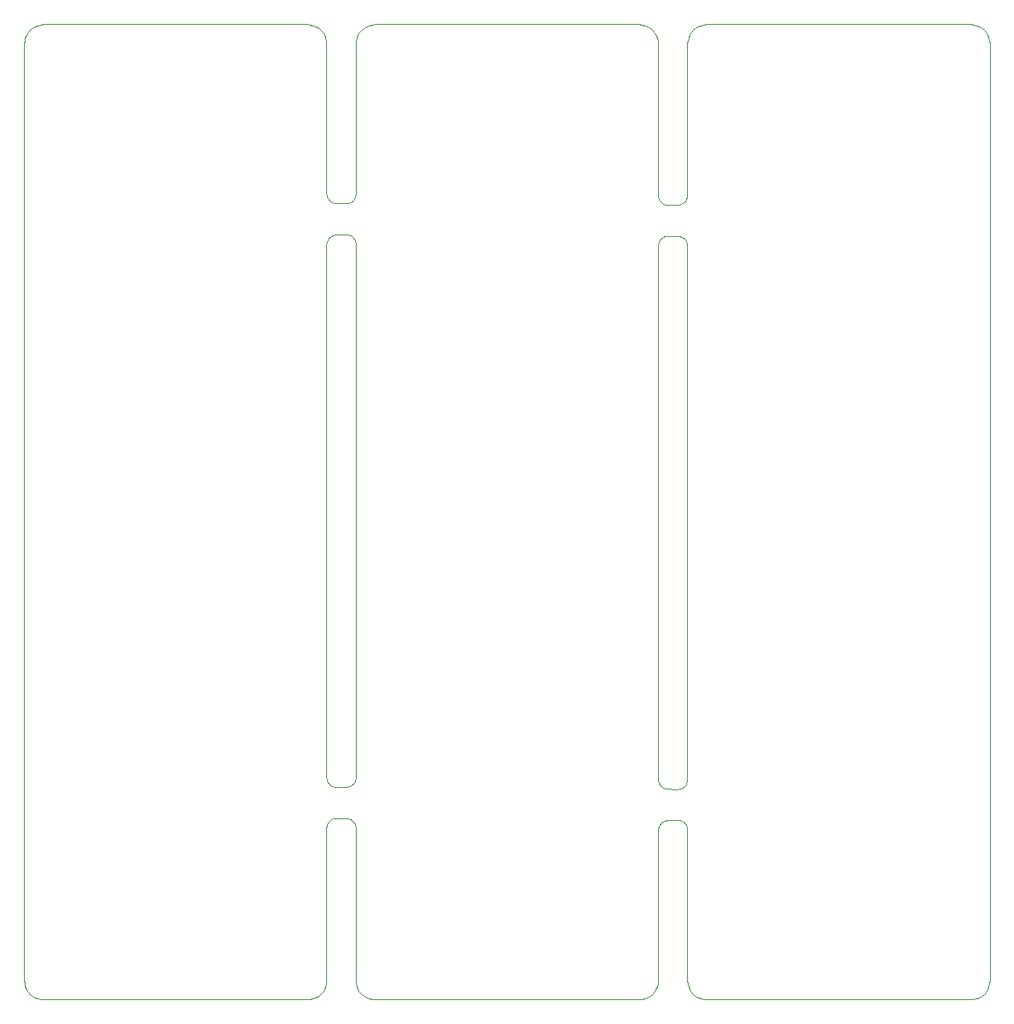
<source format=gko>
%MOIN*%
%OFA0B0*%
%FSLAX44Y44*%
%IPPOS*%
%LPD*%
%ADD10C,0*%
D10*
X00012204Y00038582D02*
X00012204Y00038582D01*
X00012195Y00038705D01*
X00012166Y00038825D01*
X00012118Y00038940D01*
X00012054Y00039045D01*
X00011974Y00039139D01*
X00011880Y00039219D01*
X00011774Y00039284D01*
X00011660Y00039331D01*
X00011540Y00039360D01*
X00011417Y00039370D01*
X00000787Y00039370D01*
X00000664Y00039360D01*
X00000544Y00039331D01*
X00000429Y00039284D01*
X00000324Y00039219D01*
X00000230Y00039139D01*
X00000150Y00039045D01*
X00000085Y00038940D01*
X00000038Y00038825D01*
X00000009Y00038705D01*
X00000000Y00038582D01*
X00000000Y00000787D01*
X00000009Y00000664D01*
X00000038Y00000544D01*
X00000085Y00000429D01*
X00000150Y00000324D01*
X00000230Y00000230D01*
X00000324Y00000150D01*
X00000429Y00000085D01*
X00000544Y00000038D01*
X00000664Y00000009D01*
X00000787Y00000000D01*
X00011417Y00000000D01*
X00011540Y00000009D01*
X00011660Y00000038D01*
X00011774Y00000085D01*
X00011880Y00000150D01*
X00011974Y00000230D01*
X00012054Y00000324D01*
X00012118Y00000429D01*
X00012166Y00000544D01*
X00012195Y00000664D01*
X00012204Y00000787D01*
X00012204Y00006935D01*
X00012205Y00006967D01*
X00012209Y00006998D01*
X00012216Y00007029D01*
X00012224Y00007059D01*
X00012235Y00007089D01*
X00012249Y00007117D01*
X00012264Y00007144D01*
X00012282Y00007170D01*
X00012302Y00007195D01*
X00012324Y00007218D01*
X00012347Y00007239D01*
X00012372Y00007258D01*
X00012399Y00007275D01*
X00012426Y00007290D01*
X00012455Y00007302D01*
X00012485Y00007312D01*
X00012516Y00007320D01*
X00012547Y00007326D01*
X00012578Y00007328D01*
X00012610Y00007329D01*
X00013003Y00007317D01*
X00013034Y00007315D01*
X00013064Y00007311D01*
X00013093Y00007304D01*
X00013122Y00007295D01*
X00013150Y00007284D01*
X00013178Y00007271D01*
X00013204Y00007255D01*
X00013229Y00007238D01*
X00013252Y00007219D01*
X00013274Y00007198D01*
X00013294Y00007175D01*
X00013313Y00007151D01*
X00013329Y00007126D01*
X00013344Y00007099D01*
X00013356Y00007072D01*
X00013367Y00007043D01*
X00013375Y00007014D01*
X00013381Y00006984D01*
X00013384Y00006954D01*
X00013385Y00006924D01*
X00013385Y00000787D01*
X00013395Y00000664D01*
X00013424Y00000544D01*
X00013471Y00000429D01*
X00013536Y00000324D01*
X00013616Y00000230D01*
X00013710Y00000150D01*
X00013815Y00000085D01*
X00013929Y00000038D01*
X00014050Y00000009D01*
X00014173Y00000000D01*
X00024803Y00000000D01*
X00024926Y00000009D01*
X00025046Y00000038D01*
X00025160Y00000085D01*
X00025265Y00000150D01*
X00025359Y00000230D01*
X00025440Y00000324D01*
X00025504Y00000429D01*
X00025552Y00000544D01*
X00025580Y00000664D01*
X00025590Y00000787D01*
X00025590Y00006845D01*
X00025591Y00006875D01*
X00025595Y00006905D01*
X00025601Y00006935D01*
X00025609Y00006964D01*
X00025619Y00006993D01*
X00025631Y00007020D01*
X00025646Y00007047D01*
X00025662Y00007072D01*
X00025681Y00007096D01*
X00025701Y00007119D01*
X00025723Y00007140D01*
X00025747Y00007159D01*
X00025771Y00007176D01*
X00025798Y00007192D01*
X00025825Y00007205D01*
X00025853Y00007216D01*
X00025882Y00007225D01*
X00025912Y00007232D01*
X00025942Y00007236D01*
X00025972Y00007238D01*
X00026365Y00007250D01*
X00026397Y00007250D01*
X00026428Y00007247D01*
X00026459Y00007242D01*
X00026490Y00007234D01*
X00026520Y00007224D01*
X00026549Y00007211D01*
X00026576Y00007196D01*
X00026603Y00007179D01*
X00026628Y00007160D01*
X00026652Y00007139D01*
X00026673Y00007117D01*
X00026693Y00007092D01*
X00026711Y00007066D01*
X00026727Y00007039D01*
X00026740Y00007010D01*
X00026751Y00006981D01*
X00026760Y00006950D01*
X00026766Y00006920D01*
X00026770Y00006888D01*
X00026771Y00006857D01*
X00026771Y00000787D01*
X00026781Y00000664D01*
X00026810Y00000544D01*
X00026857Y00000429D01*
X00026922Y00000324D01*
X00027002Y00000230D01*
X00027096Y00000150D01*
X00027201Y00000085D01*
X00027315Y00000038D01*
X00027435Y00000009D01*
X00027559Y00000000D01*
X00038188Y00000000D01*
X00038312Y00000009D01*
X00038432Y00000038D01*
X00038546Y00000085D01*
X00038651Y00000150D01*
X00038745Y00000230D01*
X00038825Y00000324D01*
X00038890Y00000429D01*
X00038937Y00000544D01*
X00038966Y00000664D01*
X00038976Y00000787D01*
X00038976Y00038582D01*
X00038966Y00038705D01*
X00038937Y00038825D01*
X00038890Y00038940D01*
X00038825Y00039045D01*
X00038745Y00039139D01*
X00038651Y00039219D01*
X00038546Y00039284D01*
X00038432Y00039331D01*
X00038312Y00039360D01*
X00038188Y00039370D01*
X00027559Y00039370D01*
X00027435Y00039360D01*
X00027315Y00039331D01*
X00027201Y00039284D01*
X00027096Y00039219D01*
X00027002Y00039139D01*
X00026922Y00039045D01*
X00026857Y00038940D01*
X00026810Y00038825D01*
X00026781Y00038705D01*
X00026771Y00038582D01*
X00026771Y00032481D01*
X00026770Y00032451D01*
X00026766Y00032420D01*
X00026761Y00032390D01*
X00026753Y00032361D01*
X00026742Y00032333D01*
X00026730Y00032305D01*
X00026715Y00032278D01*
X00026698Y00032253D01*
X00026680Y00032229D01*
X00026660Y00032206D01*
X00026637Y00032185D01*
X00026614Y00032166D01*
X00026589Y00032149D01*
X00026563Y00032133D01*
X00026535Y00032120D01*
X00026507Y00032109D01*
X00026478Y00032100D01*
X00026448Y00032094D01*
X00026418Y00032089D01*
X00026388Y00032087D01*
X00025994Y00032077D01*
X00025963Y00032077D01*
X00025931Y00032080D01*
X00025900Y00032086D01*
X00025870Y00032094D01*
X00025840Y00032104D01*
X00025812Y00032116D01*
X00025784Y00032131D01*
X00025757Y00032148D01*
X00025732Y00032167D01*
X00025709Y00032188D01*
X00025687Y00032211D01*
X00025668Y00032236D01*
X00025650Y00032262D01*
X00025634Y00032289D01*
X00025621Y00032317D01*
X00025610Y00032347D01*
X00025601Y00032377D01*
X00025595Y00032408D01*
X00025591Y00032439D01*
X00025590Y00032470D01*
X00025590Y00038582D01*
X00025580Y00038705D01*
X00025552Y00038825D01*
X00025504Y00038940D01*
X00025440Y00039045D01*
X00025359Y00039139D01*
X00025265Y00039219D01*
X00025160Y00039284D01*
X00025046Y00039331D01*
X00024926Y00039360D01*
X00024803Y00039370D01*
X00014173Y00039370D01*
X00014050Y00039360D01*
X00013929Y00039331D01*
X00013815Y00039284D01*
X00013710Y00039219D01*
X00013616Y00039139D01*
X00013536Y00039045D01*
X00013471Y00038940D01*
X00013424Y00038825D01*
X00013395Y00038705D01*
X00013385Y00038582D01*
X00013385Y00032529D01*
X00013384Y00032498D01*
X00013380Y00032467D01*
X00013374Y00032436D01*
X00013365Y00032406D01*
X00013354Y00032376D01*
X00013341Y00032348D01*
X00013325Y00032320D01*
X00013308Y00032294D01*
X00013288Y00032270D01*
X00013266Y00032247D01*
X00013243Y00032226D01*
X00013218Y00032207D01*
X00013191Y00032190D01*
X00013163Y00032175D01*
X00013135Y00032162D01*
X00013105Y00032152D01*
X00013074Y00032144D01*
X00013043Y00032139D01*
X00013012Y00032136D01*
X00012981Y00032136D01*
X00012587Y00032147D01*
X00012557Y00032149D01*
X00012527Y00032153D01*
X00012497Y00032160D01*
X00012468Y00032169D01*
X00012440Y00032180D01*
X00012412Y00032193D01*
X00012386Y00032208D01*
X00012361Y00032226D01*
X00012338Y00032245D01*
X00012316Y00032266D01*
X00012295Y00032288D01*
X00012277Y00032312D01*
X00012260Y00032338D01*
X00012246Y00032365D01*
X00012233Y00032392D01*
X00012223Y00032421D01*
X00012215Y00032450D01*
X00012209Y00032480D01*
X00012205Y00032510D01*
X00012204Y00032540D01*
X00012204Y00038582D01*
X00025590Y00030435D02*
X00025590Y00030435D01*
X00025591Y00030467D01*
X00025595Y00030498D01*
X00025601Y00030529D01*
X00025610Y00030559D01*
X00025621Y00030588D01*
X00025634Y00030617D01*
X00025650Y00030644D01*
X00025668Y00030670D01*
X00025687Y00030694D01*
X00025709Y00030717D01*
X00025732Y00030738D01*
X00025757Y00030757D01*
X00025784Y00030774D01*
X00025812Y00030789D01*
X00025840Y00030802D01*
X00025870Y00030812D01*
X00025900Y00030820D01*
X00025931Y00030825D01*
X00025963Y00030828D01*
X00025994Y00030829D01*
X00026388Y00030818D01*
X00026418Y00030816D01*
X00026448Y00030812D01*
X00026478Y00030805D01*
X00026507Y00030797D01*
X00026535Y00030785D01*
X00026563Y00030772D01*
X00026589Y00030757D01*
X00026614Y00030740D01*
X00026637Y00030720D01*
X00026660Y00030700D01*
X00026680Y00030677D01*
X00026698Y00030653D01*
X00026715Y00030627D01*
X00026730Y00030601D01*
X00026742Y00030573D01*
X00026753Y00030544D01*
X00026761Y00030515D01*
X00026766Y00030485D01*
X00026770Y00030455D01*
X00026771Y00030425D01*
X00026771Y00008890D01*
X00026770Y00008859D01*
X00026766Y00008828D01*
X00026760Y00008797D01*
X00026751Y00008766D01*
X00026740Y00008737D01*
X00026727Y00008708D01*
X00026711Y00008681D01*
X00026693Y00008655D01*
X00026673Y00008631D01*
X00026652Y00008608D01*
X00026628Y00008587D01*
X00026603Y00008568D01*
X00026576Y00008551D01*
X00026549Y00008536D01*
X00026520Y00008523D01*
X00026490Y00008513D01*
X00026459Y00008505D01*
X00026428Y00008500D01*
X00026397Y00008497D01*
X00026365Y00008497D01*
X00025972Y00008509D01*
X00025942Y00008511D01*
X00025912Y00008515D01*
X00025882Y00008522D01*
X00025853Y00008531D01*
X00025825Y00008542D01*
X00025798Y00008555D01*
X00025771Y00008571D01*
X00025747Y00008588D01*
X00025723Y00008607D01*
X00025701Y00008628D01*
X00025681Y00008651D01*
X00025662Y00008675D01*
X00025646Y00008700D01*
X00025631Y00008727D01*
X00025619Y00008754D01*
X00025609Y00008783D01*
X00025601Y00008812D01*
X00025595Y00008842D01*
X00025591Y00008872D01*
X00025590Y00008902D01*
X00025590Y00030435D01*
X00012204Y00030484D02*
X00012204Y00030484D01*
X00012205Y00030514D01*
X00012209Y00030544D01*
X00012215Y00030574D01*
X00012223Y00030603D01*
X00012233Y00030632D01*
X00012246Y00030659D01*
X00012260Y00030686D01*
X00012277Y00030712D01*
X00012295Y00030736D01*
X00012316Y00030758D01*
X00012338Y00030779D01*
X00012361Y00030798D01*
X00012386Y00030816D01*
X00012412Y00030831D01*
X00012440Y00030844D01*
X00012468Y00030855D01*
X00012497Y00030864D01*
X00012527Y00030871D01*
X00012557Y00030875D01*
X00012587Y00030877D01*
X00012981Y00030888D01*
X00013012Y00030888D01*
X00013043Y00030885D01*
X00013074Y00030880D01*
X00013105Y00030872D01*
X00013135Y00030861D01*
X00013163Y00030849D01*
X00013191Y00030834D01*
X00013218Y00030817D01*
X00013243Y00030798D01*
X00013266Y00030777D01*
X00013288Y00030754D01*
X00013308Y00030730D01*
X00013325Y00030704D01*
X00013341Y00030676D01*
X00013354Y00030648D01*
X00013365Y00030618D01*
X00013374Y00030588D01*
X00013380Y00030557D01*
X00013384Y00030526D01*
X00013385Y00030495D01*
X00013385Y00008981D01*
X00013384Y00008951D01*
X00013381Y00008920D01*
X00013375Y00008891D01*
X00013367Y00008861D01*
X00013356Y00008833D01*
X00013344Y00008805D01*
X00013329Y00008779D01*
X00013313Y00008753D01*
X00013294Y00008729D01*
X00013274Y00008707D01*
X00013252Y00008686D01*
X00013229Y00008667D01*
X00013204Y00008649D01*
X00013178Y00008634D01*
X00013150Y00008621D01*
X00013122Y00008609D01*
X00013093Y00008600D01*
X00013064Y00008594D01*
X00013034Y00008589D01*
X00013003Y00008587D01*
X00012610Y00008576D01*
X00012578Y00008576D01*
X00012547Y00008579D01*
X00012516Y00008584D01*
X00012485Y00008592D01*
X00012455Y00008602D01*
X00012426Y00008615D01*
X00012399Y00008630D01*
X00012372Y00008647D01*
X00012347Y00008666D01*
X00012324Y00008687D01*
X00012302Y00008710D01*
X00012282Y00008734D01*
X00012264Y00008760D01*
X00012249Y00008787D01*
X00012235Y00008816D01*
X00012224Y00008845D01*
X00012216Y00008876D01*
X00012209Y00008907D01*
X00012205Y00008938D01*
X00012204Y00008969D01*
X00012204Y00030484D01*
M02*
</source>
